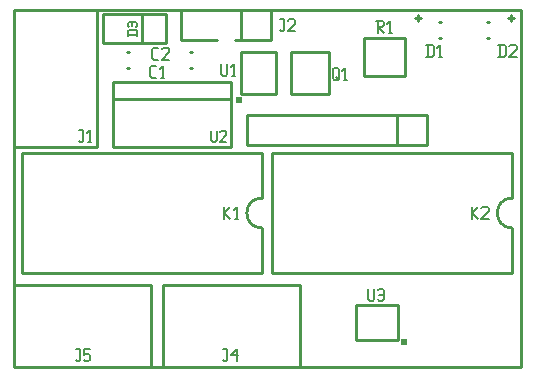
<source format=gbr>
G04 start of page 8 for group -4079 idx -4079 *
G04 Title: (unknown), topsilk *
G04 Creator: pcb 20140316 *
G04 CreationDate: Fri 17 Nov 2017 10:24:59 PM GMT UTC *
G04 For: ndholmes *
G04 Format: Gerber/RS-274X *
G04 PCB-Dimensions (mil): 1700.00 1200.00 *
G04 PCB-Coordinate-Origin: lower left *
%MOIN*%
%FSLAX25Y25*%
%LNTOPSILK*%
%ADD74C,0.0080*%
%ADD73C,0.0100*%
%ADD72C,0.0001*%
G54D72*G36*
X74500Y90500D02*X76500D01*
Y88500D01*
X74500D01*
Y90500D01*
G37*
G36*
X129500Y10000D02*X131500D01*
Y8000D01*
X129500D01*
Y10000D01*
G37*
G54D73*X169500Y119500D02*Y500D01*
X166000Y118000D02*Y116000D01*
X165000Y117000D02*X167000D01*
X135000Y118000D02*Y116000D01*
X500Y119500D02*X169500D01*
Y500D02*X500D01*
Y119500D01*
X134000Y117000D02*X136000D01*
X500Y119500D02*Y73831D01*
X28059D01*
Y119500D01*
X500D01*
Y500D02*X46169D01*
Y28059D02*Y500D01*
X500Y28059D02*X46169D01*
X500D02*Y500D01*
X59064Y100245D02*X59850D01*
X59064Y105755D02*X59850D01*
X38107Y100245D02*X38893D01*
X38107Y105755D02*X38893D01*
X72685Y74157D02*X33315D01*
X72685Y95811D02*X33315D01*
Y89905D02*X72685D01*
Y95811D02*Y74157D01*
X33315D02*Y95811D01*
X3000Y72000D02*X83000D01*
X3000D02*Y32000D01*
X83000D01*
Y72000D02*Y57000D01*
Y47000D02*Y32000D01*
Y57000D02*G75*G03X83000Y47000I0J-5000D01*G01*
X56000Y119500D02*X86000D01*
X56000D02*Y109500D01*
X86000Y119500D02*Y109500D01*
X76000Y119500D02*Y109500D01*
X74000D02*X86000D01*
X56000D02*X68000D01*
X30000Y118300D02*X51000D01*
X30000Y108700D02*X51000D01*
Y118300D02*Y108700D01*
X30000Y118300D02*Y108700D01*
X43000Y118300D02*Y108700D01*
X50000Y500D02*X95669D01*
Y28059D02*Y500D01*
X50000Y28059D02*X95669D01*
X50000D02*Y500D01*
X105400Y105600D02*Y91700D01*
X92600Y105600D02*X105400D01*
X92600D02*Y91700D01*
X105400D01*
X158107Y115755D02*X158893D01*
X158107Y110245D02*X158893D01*
X142107D02*X142893D01*
X142107Y115755D02*X142893D01*
X130890Y110299D02*Y97701D01*
X117110D02*X130890D01*
X117110Y110299D02*Y97701D01*
Y110299D02*X130890D01*
X78000Y84500D02*X138000D01*
X78000D02*Y74500D01*
X138000D01*
Y84500D02*Y74500D01*
X128000Y84500D02*Y74500D01*
X138000D01*
X86500Y72000D02*X166500D01*
X86500D02*Y32000D01*
X166500D01*
Y72000D02*Y57000D01*
Y47000D02*Y32000D01*
Y57000D02*G75*G03X166500Y47000I0J-5000D01*G01*
X114500Y9500D02*X128400D01*
Y21300D02*Y9500D01*
X114500Y21300D02*X128400D01*
X114500D02*Y9500D01*
X76000Y105500D02*Y91600D01*
X87800D01*
Y105500D01*
X76000D01*
G54D74*X153000Y54000D02*Y50000D01*
Y52000D02*X155000Y54000D01*
X153000Y52000D02*X155000Y50000D01*
X156200Y53500D02*X156700Y54000D01*
X158200D01*
X158700Y53500D01*
Y52500D01*
X156200Y50000D02*X158700Y52500D01*
X156200Y50000D02*X158700D01*
X162250Y108150D02*Y104150D01*
X163750Y108150D02*X164250Y107650D01*
Y104650D01*
X163750Y104150D02*X164250Y104650D01*
X161750Y104150D02*X163750D01*
X161750Y108150D02*X163750D01*
X165450Y107650D02*X165950Y108150D01*
X167450D01*
X167950Y107650D01*
Y106650D01*
X165450Y104150D02*X167950Y106650D01*
X165450Y104150D02*X167950D01*
X21000Y6500D02*X22500D01*
Y3000D01*
X22000Y2500D02*X22500Y3000D01*
X21500Y2500D02*X22000D01*
X21000Y3000D02*X21500Y2500D01*
X23700Y6500D02*X25700D01*
X23700D02*Y4500D01*
X24200Y5000D01*
X25200D01*
X25700Y4500D01*
Y3000D01*
X25200Y2500D02*X25700Y3000D01*
X24200Y2500D02*X25200D01*
X23700Y3000D02*X24200Y2500D01*
X70000Y6500D02*X71500D01*
Y3000D01*
X71000Y2500D02*X71500Y3000D01*
X70500Y2500D02*X71000D01*
X70000Y3000D02*X70500Y2500D01*
X72700Y4500D02*X74700Y6500D01*
X72700Y4500D02*X75200D01*
X74700Y6500D02*Y2500D01*
X70500Y54000D02*Y50000D01*
Y52000D02*X72500Y54000D01*
X70500Y52000D02*X72500Y50000D01*
X74200D02*X75200D01*
X74700Y54000D02*Y50000D01*
X73700Y53000D02*X74700Y54000D01*
X118500Y26800D02*Y23300D01*
X119000Y22800D01*
X120000D01*
X120500Y23300D01*
Y26800D02*Y23300D01*
X121700Y26300D02*X122200Y26800D01*
X123200D01*
X123700Y26300D01*
Y23300D01*
X123200Y22800D02*X123700Y23300D01*
X122200Y22800D02*X123200D01*
X121700Y23300D02*X122200Y22800D01*
Y24800D02*X123700D01*
X138250Y108150D02*Y104150D01*
X139750Y108150D02*X140250Y107650D01*
Y104650D01*
X139750Y104150D02*X140250Y104650D01*
X137750Y104150D02*X139750D01*
X137750Y108150D02*X139750D01*
X141950Y104150D02*X142950D01*
X142450Y108150D02*Y104150D01*
X141450Y107150D02*X142450Y108150D01*
X121100Y116000D02*X123100D01*
X123600Y115500D01*
Y114500D01*
X123100Y114000D02*X123600Y114500D01*
X121600Y114000D02*X123100D01*
X121600Y116000D02*Y112000D01*
Y114000D02*X123600Y112000D01*
X125300D02*X126300D01*
X125800Y116000D02*Y112000D01*
X124800Y115000D02*X125800Y116000D01*
X69500Y101800D02*Y98300D01*
X70000Y97800D01*
X71000D01*
X71500Y98300D01*
Y101800D02*Y98300D01*
X73200Y97800D02*X74200D01*
X73700Y101800D02*Y97800D01*
X72700Y100800D02*X73700Y101800D01*
X106700Y99900D02*Y96900D01*
Y99900D02*X107200Y100400D01*
X108200D01*
X108700Y99900D01*
Y96900D01*
X108200Y96400D02*X108700Y96900D01*
X107200Y96400D02*X108200D01*
X106700Y96900D02*X107200Y96400D01*
X107700Y97400D02*X108700Y96400D01*
X110400D02*X111400D01*
X110900Y100400D02*Y96400D01*
X109900Y99400D02*X110900Y100400D01*
X66158Y79295D02*Y76180D01*
X66603Y75735D01*
X67493D01*
X67938Y76180D01*
Y79295D02*Y76180D01*
X69006Y78850D02*X69451Y79295D01*
X70786D01*
X71231Y78850D01*
Y77960D01*
X69006Y75735D02*X71231Y77960D01*
X69006Y75735D02*X71231D01*
X89000Y116500D02*X90500D01*
Y113000D01*
X90000Y112500D02*X90500Y113000D01*
X89500Y112500D02*X90000D01*
X89000Y113000D02*X89500Y112500D01*
X91700Y116000D02*X92200Y116500D01*
X93700D01*
X94200Y116000D01*
Y115000D01*
X91700Y112500D02*X94200Y115000D01*
X91700Y112500D02*X94200D01*
X46936Y103150D02*X48436D01*
X46436Y103650D02*X46936Y103150D01*
X46436Y106650D02*Y103650D01*
Y106650D02*X46936Y107150D01*
X48436D01*
X49636Y106650D02*X50136Y107150D01*
X51636D01*
X52136Y106650D01*
Y105650D01*
X49636Y103150D02*X52136Y105650D01*
X49636Y103150D02*X52136D01*
X46307Y97150D02*X47807D01*
X45807Y97650D02*X46307Y97150D01*
X45807Y100650D02*Y97650D01*
Y100650D02*X46307Y101150D01*
X47807D01*
X49507Y97150D02*X50507D01*
X50007Y101150D02*Y97150D01*
X49007Y100150D02*X50007Y101150D01*
X38300Y111400D02*X41500D01*
X38300Y112600D02*X38700Y113000D01*
X41100D01*
X41500Y112600D02*X41100Y113000D01*
X41500Y112600D02*Y111000D01*
X38300Y112600D02*Y111000D01*
X38700Y113960D02*X38300Y114360D01*
Y115160D02*Y114360D01*
Y115160D02*X38700Y115560D01*
X41100D01*
X41500Y115160D02*X41100Y115560D01*
X41500Y115160D02*Y114360D01*
X41100Y113960D02*X41500Y114360D01*
X39900Y115560D02*Y114360D01*
X22000Y79500D02*X23500D01*
Y76000D01*
X23000Y75500D02*X23500Y76000D01*
X22500Y75500D02*X23000D01*
X22000Y76000D02*X22500Y75500D01*
X25200D02*X26200D01*
X25700Y79500D02*Y75500D01*
X24700Y78500D02*X25700Y79500D01*
M02*

</source>
